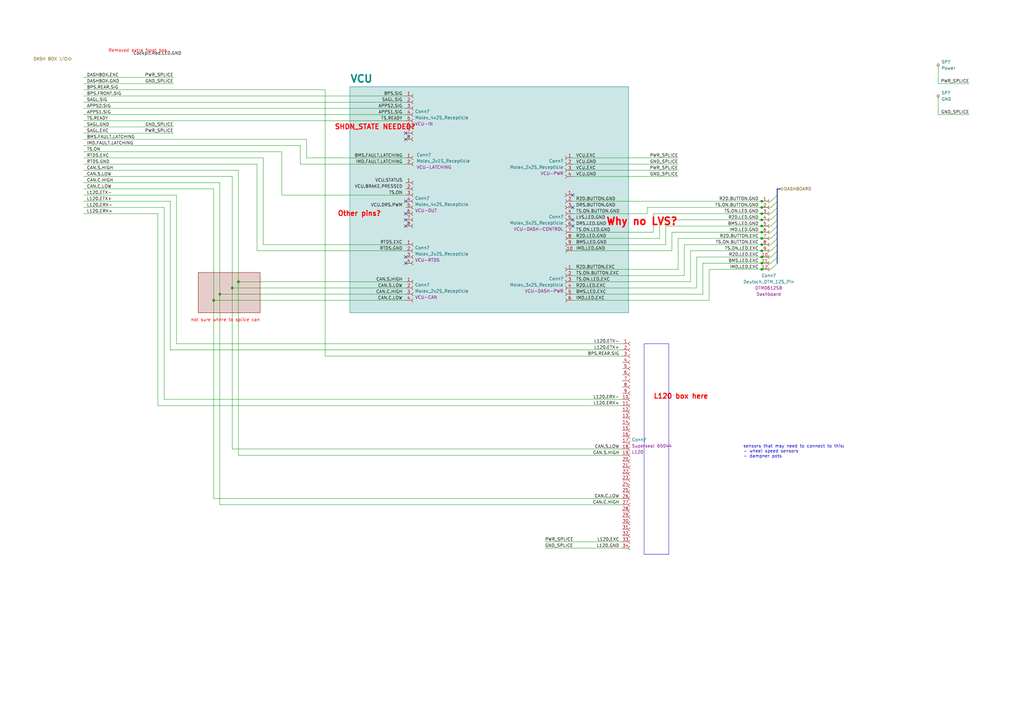
<source format=kicad_sch>
(kicad_sch (version 20230121) (generator eeschema)
  (paper "A3")
  (lib_symbols
    (symbol "Connector:TestPoint_Small" (pin_numbers hide) (pin_names (offset 0.762) hide)
      (property "Reference" "TP" (at 0 3.81 0))
      (property "Value" "TestPoint_Small" (at 0 2.032 0))
      (symbol "TestPoint_Small_0_1"
        (circle (center 0 0) (radius 0.508))
      )
      (symbol "TestPoint_Small_1_1"
        (pin passive line (at 0 0 90) (length 0) (name "1") (number "1"))
      )
    )
    (symbol "Connectors_SUFST:Deutsch_DTM_12S_Pin"
      (property "Reference" "Conn" (at 0 0.635 0))
      (property "P/N" "DTM0612SB" (at 0 0 0))
      (symbol "Deutsch_DTM_12S_Pin_0_1"
        (arc (start -2.5368 -27.9407) (mid -1.9833 -27.3063) (end -2.5355 -26.6707))
        (arc (start -2.5368 -22.8607) (mid -1.9833 -22.2263) (end -2.5355 -21.5907))
        (arc (start -2.5368 -17.7807) (mid -1.9833 -17.1463) (end -2.5355 -16.5107))
        (arc (start -2.5368 -12.7007) (mid -1.9833 -12.0663) (end -2.5355 -11.4307))
        (arc (start -2.5368 -7.6207) (mid -1.9833 -6.9863) (end -2.5355 -6.3507))
        (arc (start -2.5368 -2.5407) (mid -1.9833 -1.9063) (end -2.5355 -1.2707))
        (arc (start -2.4524 -30.4801) (mid -1.8989 -29.8457) (end -2.4511 -29.2101))
        (arc (start -2.4524 -25.4001) (mid -1.8989 -24.7657) (end -2.4511 -24.1301))
        (arc (start -2.4524 -20.3201) (mid -1.8989 -19.6857) (end -2.4511 -19.0501))
        (arc (start -2.4524 -15.2401) (mid -1.8989 -14.6057) (end -2.4511 -13.9701))
        (arc (start -2.4524 -10.1601) (mid -1.8989 -9.5257) (end -2.4511 -8.8901))
        (arc (start -2.4524 -5.0801) (mid -1.8989 -4.4457) (end -2.4511 -3.8101))
      )
      (symbol "Deutsch_DTM_12S_Pin_1_1"
        (pin input line (at 0.635 -29.845 180) (length 2.54) (name "") (number "1"))
        (pin input line (at 0.635 -6.985 180) (length 2.54) (name "") (number "10"))
        (pin input line (at 0.635 -4.445 180) (length 2.54) (name "") (number "11"))
        (pin input line (at 0.635 -1.905 180) (length 2.54) (name "") (number "12"))
        (pin input line (at 0.635 -27.305 180) (length 2.54) (name "") (number "2"))
        (pin input line (at 0.635 -24.765 180) (length 2.54) (name "") (number "3"))
        (pin input line (at 0.635 -22.225 180) (length 2.54) (name "") (number "4"))
        (pin input line (at 0.635 -19.685 180) (length 2.54) (name "") (number "5"))
        (pin input line (at 0.635 -17.145 180) (length 2.54) (name "") (number "6"))
        (pin input line (at 0.635 -14.605 180) (length 2.54) (name "") (number "7"))
        (pin input line (at 0.635 -12.065 180) (length 2.54) (name "") (number "8"))
        (pin input line (at 0.635 -9.525 180) (length 2.54) (name "") (number "9"))
      )
    )
    (symbol "Connectors_SUFST:L120 Connector"
      (property "Reference" "Conn" (at 0 0.635 0))
      (property "P/N" "Superseal 65044" (at -0.635 4.445 0))
      (symbol "L120 Connector_0_1"
        (arc (start -2.5368 -83.8207) (mid -1.9833 -83.1863) (end -2.5355 -82.5507))
        (arc (start -2.5368 -78.7407) (mid -1.9833 -78.1063) (end -2.5355 -77.4707))
        (arc (start -2.5368 -73.6607) (mid -1.9833 -73.0263) (end -2.5355 -72.3907))
        (arc (start -2.5368 -68.5807) (mid -1.9833 -67.9463) (end -2.5355 -67.3107))
        (arc (start -2.5368 -63.5007) (mid -1.9833 -62.8663) (end -2.5355 -62.2307))
        (arc (start -2.5368 -58.4207) (mid -1.9833 -57.7863) (end -2.5355 -57.1507))
        (arc (start -2.5368 -53.3407) (mid -1.9833 -52.7063) (end -2.5355 -52.0707))
        (arc (start -2.5368 -48.2607) (mid -1.9833 -47.6263) (end -2.5355 -46.9907))
        (arc (start -2.5368 -43.1807) (mid -1.9833 -42.5463) (end -2.5355 -41.9107))
        (arc (start -2.5368 -38.1007) (mid -1.9833 -37.4663) (end -2.5355 -36.8307))
        (arc (start -2.5368 -33.0207) (mid -1.9833 -32.3863) (end -2.5355 -31.7507))
        (arc (start -2.5368 -27.9407) (mid -1.9833 -27.3063) (end -2.5355 -26.6707))
        (arc (start -2.5368 -22.8607) (mid -1.9833 -22.2263) (end -2.5355 -21.5907))
        (arc (start -2.5368 -17.7807) (mid -1.9833 -17.1463) (end -2.5355 -16.5107))
        (arc (start -2.5368 -12.7007) (mid -1.9833 -12.0663) (end -2.5355 -11.4307))
        (arc (start -2.5368 -7.6207) (mid -1.9833 -6.9863) (end -2.5355 -6.3507))
        (arc (start -2.5368 -2.5407) (mid -1.9833 -1.9063) (end -2.5355 -1.2707))
        (arc (start -2.4524 -86.3601) (mid -1.8989 -85.7257) (end -2.4511 -85.0901))
        (arc (start -2.4524 -81.2801) (mid -1.8989 -80.6457) (end -2.4511 -80.0101))
        (arc (start -2.4524 -76.2001) (mid -1.8989 -75.5657) (end -2.4511 -74.9301))
        (arc (start -2.4524 -71.1201) (mid -1.8989 -70.4857) (end -2.4511 -69.8501))
        (arc (start -2.4524 -66.0401) (mid -1.8989 -65.4057) (end -2.4511 -64.7701))
        (arc (start -2.4524 -60.9601) (mid -1.8989 -60.3257) (end -2.4511 -59.6901))
        (arc (start -2.4524 -55.8801) (mid -1.8989 -55.2457) (end -2.4511 -54.6101))
        (arc (start -2.4524 -50.8001) (mid -1.8989 -50.1657) (end -2.4511 -49.5301))
        (arc (start -2.4524 -45.7201) (mid -1.8989 -45.0857) (end -2.4511 -44.4501))
        (arc (start -2.4524 -40.6401) (mid -1.8989 -40.0057) (end -2.4511 -39.3701))
        (arc (start -2.4524 -35.5601) (mid -1.8989 -34.9257) (end -2.4511 -34.2901))
        (arc (start -2.4524 -30.4801) (mid -1.8989 -29.8457) (end -2.4511 -29.2101))
        (arc (start -2.4524 -25.4001) (mid -1.8989 -24.7657) (end -2.4511 -24.1301))
        (arc (start -2.4524 -20.3201) (mid -1.8989 -19.6857) (end -2.4511 -19.0501))
        (arc (start -2.4524 -15.2401) (mid -1.8989 -14.6057) (end -2.4511 -13.9701))
        (arc (start -2.4524 -10.1601) (mid -1.8989 -9.5257) (end -2.4511 -8.8901))
        (arc (start -2.4524 -5.0801) (mid -1.8989 -4.4457) (end -2.4511 -3.8101))
      )
      (symbol "L120 Connector_1_1"
        (pin input line (at 0.635 -1.905 180) (length 2.54) (name "") (number "1"))
        (pin input line (at 0.635 -24.765 180) (length 2.54) (name "") (number "10"))
        (pin input line (at 0.635 -27.305 180) (length 2.54) (name "") (number "11"))
        (pin input line (at 0.635 -29.845 180) (length 2.54) (name "") (number "12"))
        (pin input line (at 0.635 -32.385 180) (length 2.54) (name "") (number "13"))
        (pin input line (at 0.635 -34.925 180) (length 2.54) (name "") (number "14"))
        (pin input line (at 0.635 -37.465 180) (length 2.54) (name "") (number "15"))
        (pin input line (at 0.635 -40.005 180) (length 2.54) (name "") (number "16"))
        (pin input line (at 0.635 -42.545 180) (length 2.54) (name "") (number "17"))
        (pin input line (at 0.635 -45.085 180) (length 2.54) (name "") (number "18"))
        (pin input line (at 0.635 -47.625 180) (length 2.54) (name "") (number "19"))
        (pin input line (at 0.635 -4.445 180) (length 2.54) (name "") (number "2"))
        (pin input line (at 0.635 -50.165 180) (length 2.54) (name "") (number "20"))
        (pin input line (at 0.635 -52.705 180) (length 2.54) (name "") (number "21"))
        (pin input line (at 0.635 -55.245 180) (length 2.54) (name "") (number "22"))
        (pin input line (at 0.635 -57.785 180) (length 2.54) (name "") (number "23"))
        (pin input line (at 0.635 -60.325 180) (length 2.54) (name "") (number "24"))
        (pin input line (at 0.635 -62.865 180) (length 2.54) (name "") (number "25"))
        (pin input line (at 0.635 -65.405 180) (length 2.54) (name "") (number "26"))
        (pin input line (at 0.635 -67.945 180) (length 2.54) (name "") (number "27"))
        (pin input line (at 0.635 -70.485 180) (length 2.54) (name "") (number "28"))
        (pin input line (at 0.635 -73.025 180) (length 2.54) (name "") (number "29"))
        (pin input line (at 0.635 -6.985 180) (length 2.54) (name "") (number "3"))
        (pin input line (at 0.635 -75.565 180) (length 2.54) (name "") (number "30"))
        (pin input line (at 0.635 -78.105 180) (length 2.54) (name "") (number "31"))
        (pin input line (at 0.635 -80.645 180) (length 2.54) (name "") (number "32"))
        (pin input line (at 0.635 -83.185 180) (length 2.54) (name "") (number "33"))
        (pin input line (at 0.635 -85.725 180) (length 2.54) (name "") (number "34"))
        (pin input line (at 0.635 -9.525 180) (length 2.54) (name "") (number "4"))
        (pin input line (at 0.635 -12.065 180) (length 2.54) (name "") (number "5"))
        (pin input line (at 0.635 -14.605 180) (length 2.54) (name "") (number "6"))
        (pin input line (at 0.635 -17.145 180) (length 2.54) (name "") (number "7"))
        (pin input line (at 0.635 -19.685 180) (length 2.54) (name "") (number "8"))
        (pin input line (at 0.635 -22.225 180) (length 2.54) (name "") (number "9"))
      )
    )
    (symbol "Connectors_SUFST:Molex_2x1S_Recepticle"
      (property "Reference" "Conn" (at 0 0.635 0))
      (symbol "Molex_2x1S_Recepticle_0_1"
        (arc (start -2.5368 -2.5407) (mid -1.9833 -1.9063) (end -2.5355 -1.2707))
        (arc (start -2.4524 -5.0801) (mid -1.8989 -4.4457) (end -2.4511 -3.8101))
      )
      (symbol "Molex_2x1S_Recepticle_1_1"
        (pin input line (at 0.635 -4.445 180) (length 2.54) (name "") (number "1"))
        (pin input line (at 0.635 -1.905 180) (length 2.54) (name "") (number "2"))
      )
    )
    (symbol "Connectors_SUFST:Molex_2x2S_Recepticle"
      (property "Reference" "Conn" (at 0 0.635 0))
      (symbol "Molex_2x2S_Recepticle_0_1"
        (arc (start -2.5368 -7.6207) (mid -1.9833 -6.9863) (end -2.5355 -6.3507))
        (arc (start -2.5368 -2.5407) (mid -1.9833 -1.9063) (end -2.5355 -1.2707))
        (arc (start -2.4524 -10.1601) (mid -1.8989 -9.5257) (end -2.4511 -8.8901))
        (arc (start -2.4524 -5.0801) (mid -1.8989 -4.4457) (end -2.4511 -3.8101))
      )
      (symbol "Molex_2x2S_Recepticle_1_1"
        (pin input line (at 0.635 -1.905 180) (length 2.54) (name "") (number "1"))
        (pin input line (at 0.635 -4.445 180) (length 2.54) (name "") (number "2"))
        (pin input line (at 0.635 -6.985 180) (length 2.54) (name "") (number "3"))
        (pin input line (at 0.635 -9.525 180) (length 2.54) (name "") (number "4"))
      )
    )
    (symbol "Connectors_SUFST:Molex_3x2S_Recepticle"
      (property "Reference" "Conn" (at 0 0.635 0))
      (symbol "Molex_3x2S_Recepticle_0_1"
        (arc (start -2.5368 -7.6207) (mid -1.9833 -6.9863) (end -2.5355 -6.3507))
        (arc (start -2.5368 -2.5407) (mid -1.9833 -1.9063) (end -2.5355 -1.2707))
        (arc (start -2.4524 -12.7001) (mid -1.8989 -12.0657) (end -2.4511 -11.4301))
        (arc (start -2.4524 -10.1601) (mid -1.8989 -9.5257) (end -2.4511 -8.8901))
        (arc (start -2.4524 -5.0801) (mid -1.8989 -4.4457) (end -2.4511 -3.8101))
        (arc (start -2.368 -15.2395) (mid -1.8145 -14.6051) (end -2.3667 -13.9695))
      )
      (symbol "Molex_3x2S_Recepticle_1_1"
        (pin input line (at 0.635 -1.905 180) (length 2.54) (name "") (number "1"))
        (pin input line (at 0.635 -4.445 180) (length 2.54) (name "") (number "2"))
        (pin input line (at 0.635 -6.985 180) (length 2.54) (name "") (number "3"))
        (pin input line (at 0.635 -9.525 180) (length 2.54) (name "") (number "4"))
        (pin input line (at 0.635 -12.065 180) (length 2.54) (name "") (number "5"))
        (pin input line (at 0.635 -14.605 180) (length 2.54) (name "") (number "6"))
      )
    )
    (symbol "Connectors_SUFST:Molex_4x2S_Recepticle"
      (property "Reference" "Conn" (at 0 0.635 0))
      (symbol "Molex_4x2S_Recepticle_0_1"
        (arc (start -2.5368 -7.6207) (mid -1.9833 -6.9863) (end -2.5355 -6.3507))
        (arc (start -2.5368 -2.5407) (mid -1.9833 -1.9063) (end -2.5355 -1.2707))
        (arc (start -2.4524 -17.7801) (mid -1.8989 -17.1457) (end -2.4511 -16.5101))
        (arc (start -2.4524 -12.7001) (mid -1.8989 -12.0657) (end -2.4511 -11.4301))
        (arc (start -2.4524 -10.1601) (mid -1.8989 -9.5257) (end -2.4511 -8.8901))
        (arc (start -2.4524 -5.0801) (mid -1.8989 -4.4457) (end -2.4511 -3.8101))
        (arc (start -2.368 -20.3195) (mid -1.8145 -19.6851) (end -2.3667 -19.0495))
        (arc (start -2.368 -15.2395) (mid -1.8145 -14.6051) (end -2.3667 -13.9695))
      )
      (symbol "Molex_4x2S_Recepticle_1_1"
        (pin input line (at 0.635 -1.905 180) (length 2.54) (name "") (number "1"))
        (pin input line (at 0.635 -4.445 180) (length 2.54) (name "") (number "2"))
        (pin input line (at 0.635 -6.985 180) (length 2.54) (name "") (number "3"))
        (pin input line (at 0.635 -9.525 180) (length 2.54) (name "") (number "4"))
        (pin input line (at 0.635 -12.065 180) (length 2.54) (name "") (number "5"))
        (pin input line (at 0.635 -14.605 180) (length 2.54) (name "") (number "6"))
        (pin input line (at 0.635 -17.145 180) (length 2.54) (name "") (number "7"))
        (pin input line (at 0.635 -19.685 180) (length 2.54) (name "") (number "8"))
      )
    )
    (symbol "Connectors_SUFST:Molex_5x2S_Recepticle"
      (property "Reference" "Conn" (at 0 0.635 0))
      (symbol "Molex_5x2S_Recepticle_0_1"
        (arc (start -2.5368 -7.6207) (mid -1.9833 -6.9863) (end -2.5355 -6.3507))
        (arc (start -2.5368 -2.5407) (mid -1.9833 -1.9063) (end -2.5355 -1.2707))
        (arc (start -2.4524 -22.8601) (mid -1.8989 -22.2257) (end -2.4511 -21.5901))
        (arc (start -2.4524 -17.7801) (mid -1.8989 -17.1457) (end -2.4511 -16.5101))
        (arc (start -2.4524 -12.7001) (mid -1.8989 -12.0657) (end -2.4511 -11.4301))
        (arc (start -2.4524 -10.1601) (mid -1.8989 -9.5257) (end -2.4511 -8.8901))
        (arc (start -2.4524 -5.0801) (mid -1.8989 -4.4457) (end -2.4511 -3.8101))
        (arc (start -2.368 -25.3995) (mid -1.8145 -24.7651) (end -2.3667 -24.1295))
        (arc (start -2.368 -20.3195) (mid -1.8145 -19.6851) (end -2.3667 -19.0495))
        (arc (start -2.368 -15.2395) (mid -1.8145 -14.6051) (end -2.3667 -13.9695))
      )
      (symbol "Molex_5x2S_Recepticle_1_1"
        (pin input line (at 0.635 -1.905 180) (length 2.54) (name "") (number "1"))
        (pin input line (at 0.635 -24.765 180) (length 2.54) (name "") (number "10"))
        (pin input line (at 0.635 -4.445 180) (length 2.54) (name "") (number "2"))
        (pin input line (at 0.635 -6.985 180) (length 2.54) (name "") (number "3"))
        (pin input line (at 0.635 -9.525 180) (length 2.54) (name "") (number "4"))
        (pin input line (at 0.635 -12.065 180) (length 2.54) (name "") (number "5"))
        (pin input line (at 0.635 -14.605 180) (length 2.54) (name "") (number "6"))
        (pin input line (at 0.635 -17.145 180) (length 2.54) (name "") (number "7"))
        (pin input line (at 0.635 -19.685 180) (length 2.54) (name "") (number "8"))
        (pin input line (at 0.635 -22.225 180) (length 2.54) (name "") (number "9"))
      )
    )
  )
  (junction (at 312.42 110.49))
  (junction (at 312.42 95.25))
  (junction (at 312.42 97.79))
  (junction (at 90.17 120.65))
  (junction (at 95.25 118.11))
  (junction (at 97.79 115.57))
  (junction (at 312.42 82.55))
  (junction (at 312.42 90.17))
  (junction (at 312.42 92.71))
  (junction (at 312.42 107.95))
  (junction (at 312.42 85.09))
  (junction (at 87.63 123.19))
  (junction (at 312.42 102.87))
  (junction (at 312.42 105.41))
  (junction (at 312.42 100.33))
  (junction (at 312.42 87.63))
  (no_connect (at 234.95 80.01))
  (no_connect (at 234.95 92.71))
  (no_connect (at 166.37 87.63))
  (no_connect (at 166.37 92.71))
  (no_connect (at 166.37 82.55))
  (no_connect (at 234.95 90.17))
  (no_connect (at 166.37 57.15))
  (no_connect (at 166.37 90.17))
  (no_connect (at 234.95 85.09))
  (no_connect (at 166.37 105.41))
  (no_connect (at 166.37 107.95))
  (no_connect (at 166.37 54.61))
  (bus_entry (at 316.23 100.33) (size 2.54 -2.54))
  (bus_entry (at 316.23 97.79) (size 2.54 -2.54))
  (bus_entry (at 316.23 82.55) (size 2.54 -2.54))
  (bus_entry (at 316.23 85.09) (size 2.54 -2.54))
  (bus_entry (at 316.23 102.87) (size 2.54 -2.54))
  (bus_entry (at 316.23 95.25) (size 2.54 -2.54))
  (bus_entry (at 316.23 90.17) (size 2.54 -2.54))
  (bus_entry (at 316.23 92.71) (size 2.54 -2.54))
  (bus_entry (at 316.23 87.63) (size 2.54 -2.54))
  (bus_entry (at 316.23 105.41) (size 2.54 -2.54))
  (bus_entry (at 316.23 107.95) (size 2.54 -2.54))
  (bus_entry (at 316.23 110.49) (size 2.54 -2.54))
  (wire (pts (xy 34.29 85.09) (xy 67.31 85.09)))
  (wire (pts (xy 312.42 92.71) (xy 316.23 92.71)))
  (wire (pts (xy 107.95 100.33) (xy 107.95 64.77)))
  (bus (pts (xy 318.77 80.01) (xy 318.77 77.47)))
  (wire (pts (xy 283.21 102.87) (xy 312.42 102.87)))
  (wire (pts (xy 34.29 34.29) (xy 71.12 34.29)))
  (wire (pts (xy 384.81 34.29) (xy 397.51 34.29)))
  (wire (pts (xy 34.29 74.93) (xy 90.17 74.93)))
  (wire (pts (xy 312.42 102.87) (xy 316.23 102.87)))
  (bus (pts (xy 318.77 82.55) (xy 318.77 80.01)))
  (wire (pts (xy 312.42 107.95) (xy 316.23 107.95)))
  (wire (pts (xy 312.42 87.63) (xy 316.23 87.63)))
  (wire (pts (xy 255.27 166.37) (xy 64.77 166.37)))
  (wire (pts (xy 312.42 105.41) (xy 285.75 105.41)))
  (wire (pts (xy 312.42 82.55) (xy 316.23 82.55)))
  (wire (pts (xy 234.95 120.65) (xy 288.29 120.65)))
  (wire (pts (xy 234.95 115.57) (xy 283.21 115.57)))
  (wire (pts (xy 34.29 36.83) (xy 133.35 36.83)))
  (wire (pts (xy 278.13 69.85) (xy 234.95 69.85)))
  (wire (pts (xy 234.95 95.25) (xy 267.97 95.25)))
  (bus (pts (xy 318.77 87.63) (xy 318.77 85.09)))
  (wire (pts (xy 34.29 69.85) (xy 97.79 69.85)))
  (wire (pts (xy 312.42 100.33) (xy 316.23 100.33)))
  (wire (pts (xy 267.97 87.63) (xy 312.42 87.63)))
  (bus (pts (xy 318.77 107.95) (xy 318.77 105.41)))
  (wire (pts (xy 105.41 102.87) (xy 166.37 102.87)))
  (wire (pts (xy 34.29 46.99) (xy 166.37 46.99)))
  (wire (pts (xy 72.39 140.97) (xy 255.27 140.97)))
  (wire (pts (xy 166.37 67.31) (xy 123.19 67.31)))
  (wire (pts (xy 255.27 222.25) (xy 223.52 222.25)))
  (wire (pts (xy 34.29 72.39) (xy 95.25 72.39)))
  (wire (pts (xy 312.42 85.09) (xy 316.23 85.09)))
  (wire (pts (xy 312.42 90.17) (xy 316.23 90.17)))
  (wire (pts (xy 97.79 69.85) (xy 97.79 115.57)))
  (wire (pts (xy 166.37 100.33) (xy 107.95 100.33)))
  (wire (pts (xy 90.17 207.01) (xy 90.17 120.65)))
  (wire (pts (xy 123.19 67.31) (xy 123.19 59.69)))
  (wire (pts (xy 280.67 113.03) (xy 280.67 100.33)))
  (wire (pts (xy 234.95 82.55) (xy 312.42 82.55)))
  (wire (pts (xy 275.59 102.87) (xy 234.95 102.87)))
  (wire (pts (xy 34.29 52.07) (xy 71.12 52.07)))
  (wire (pts (xy 270.51 97.79) (xy 234.95 97.79)))
  (bus (pts (xy 318.77 105.41) (xy 318.77 102.87)))
  (wire (pts (xy 34.29 57.15) (xy 125.73 57.15)))
  (wire (pts (xy 125.73 64.77) (xy 166.37 64.77)))
  (wire (pts (xy 312.42 95.25) (xy 316.23 95.25)))
  (bus (pts (xy 318.77 92.71) (xy 318.77 90.17)))
  (wire (pts (xy 234.95 100.33) (xy 273.05 100.33)))
  (wire (pts (xy 290.83 123.19) (xy 234.95 123.19)))
  (wire (pts (xy 255.27 224.79) (xy 223.52 224.79)))
  (wire (pts (xy 87.63 123.19) (xy 87.63 77.47)))
  (wire (pts (xy 69.85 82.55) (xy 69.85 143.51)))
  (bus (pts (xy 318.77 85.09) (xy 318.77 82.55)))
  (wire (pts (xy 255.27 184.15) (xy 95.25 184.15)))
  (wire (pts (xy 34.29 31.75) (xy 71.12 31.75)))
  (wire (pts (xy 278.13 97.79) (xy 312.42 97.79)))
  (wire (pts (xy 288.29 107.95) (xy 312.42 107.95)))
  (wire (pts (xy 270.51 90.17) (xy 270.51 97.79)))
  (wire (pts (xy 90.17 74.93) (xy 90.17 120.65)))
  (wire (pts (xy 34.29 87.63) (xy 64.77 87.63)))
  (wire (pts (xy 278.13 67.31) (xy 234.95 67.31)))
  (wire (pts (xy 288.29 120.65) (xy 288.29 107.95)))
  (wire (pts (xy 280.67 100.33) (xy 312.42 100.33)))
  (wire (pts (xy 115.57 62.23) (xy 115.57 80.01)))
  (wire (pts (xy 275.59 95.25) (xy 275.59 102.87)))
  (wire (pts (xy 105.41 67.31) (xy 105.41 102.87)))
  (wire (pts (xy 69.85 143.51) (xy 255.27 143.51)))
  (wire (pts (xy 90.17 120.65) (xy 166.37 120.65)))
  (wire (pts (xy 34.29 62.23) (xy 115.57 62.23)))
  (wire (pts (xy 234.95 113.03) (xy 280.67 113.03)))
  (wire (pts (xy 97.79 115.57) (xy 166.37 115.57)))
  (wire (pts (xy 255.27 204.47) (xy 87.63 204.47)))
  (bus (pts (xy 318.77 97.79) (xy 318.77 95.25)))
  (wire (pts (xy 267.97 95.25) (xy 267.97 87.63)))
  (wire (pts (xy 95.25 184.15) (xy 95.25 118.11)))
  (wire (pts (xy 285.75 105.41) (xy 285.75 118.11)))
  (wire (pts (xy 34.29 39.37) (xy 166.37 39.37)))
  (wire (pts (xy 67.31 85.09) (xy 67.31 163.83)))
  (wire (pts (xy 278.13 64.77) (xy 234.95 64.77)))
  (wire (pts (xy 166.37 118.11) (xy 95.25 118.11)))
  (wire (pts (xy 34.29 44.45) (xy 166.37 44.45)))
  (wire (pts (xy 166.37 123.19) (xy 87.63 123.19)))
  (wire (pts (xy 278.13 110.49) (xy 278.13 97.79)))
  (wire (pts (xy 312.42 105.41) (xy 316.23 105.41)))
  (wire (pts (xy 115.57 80.01) (xy 166.37 80.01)))
  (wire (pts (xy 34.29 54.61) (xy 71.12 54.61)))
  (wire (pts (xy 283.21 115.57) (xy 283.21 102.87)))
  (wire (pts (xy 34.29 59.69) (xy 123.19 59.69)))
  (wire (pts (xy 273.05 100.33) (xy 273.05 92.71)))
  (wire (pts (xy 34.29 67.31) (xy 105.41 67.31)))
  (bus (pts (xy 318.77 100.33) (xy 318.77 97.79)))
  (wire (pts (xy 97.79 186.69) (xy 97.79 115.57)))
  (wire (pts (xy 34.29 82.55) (xy 69.85 82.55)))
  (bus (pts (xy 318.77 95.25) (xy 318.77 92.71)))
  (wire (pts (xy 384.81 39.37) (xy 384.81 46.99)))
  (wire (pts (xy 265.43 85.09) (xy 312.42 85.09)))
  (wire (pts (xy 234.95 110.49) (xy 278.13 110.49)))
  (wire (pts (xy 34.29 80.01) (xy 72.39 80.01)))
  (wire (pts (xy 312.42 90.17) (xy 270.51 90.17)))
  (wire (pts (xy 34.29 49.53) (xy 166.37 49.53)))
  (wire (pts (xy 34.29 77.47) (xy 87.63 77.47)))
  (bus (pts (xy 318.77 102.87) (xy 318.77 100.33)))
  (wire (pts (xy 312.42 110.49) (xy 290.83 110.49)))
  (wire (pts (xy 384.81 34.29) (xy 384.81 26.67)))
  (bus (pts (xy 318.77 90.17) (xy 318.77 87.63)))
  (wire (pts (xy 72.39 80.01) (xy 72.39 140.97)))
  (wire (pts (xy 312.42 110.49) (xy 316.23 110.49)))
  (wire (pts (xy 285.75 118.11) (xy 234.95 118.11)))
  (wire (pts (xy 34.29 64.77) (xy 107.95 64.77)))
  (bus (pts (xy 318.77 77.47) (xy 320.04 77.47)))
  (wire (pts (xy 255.27 207.01) (xy 90.17 207.01)))
  (wire (pts (xy 234.95 87.63) (xy 265.43 87.63)))
  (wire (pts (xy 133.35 36.83) (xy 133.35 146.05)))
  (wire (pts (xy 95.25 118.11) (xy 95.25 72.39)))
  (wire (pts (xy 265.43 85.09) (xy 265.43 87.63)))
  (wire (pts (xy 67.31 163.83) (xy 255.27 163.83)))
  (wire (pts (xy 384.81 46.99) (xy 397.51 46.99)))
  (wire (pts (xy 255.27 186.69) (xy 97.79 186.69)))
  (wire (pts (xy 273.05 92.71) (xy 312.42 92.71)))
  (wire (pts (xy 278.13 72.39) (xy 234.95 72.39)))
  (wire (pts (xy 312.42 95.25) (xy 275.59 95.25)))
  (wire (pts (xy 87.63 204.47) (xy 87.63 123.19)))
  (wire (pts (xy 290.83 110.49) (xy 290.83 123.19)))
  (wire (pts (xy 125.73 57.15) (xy 125.73 64.77)))
  (wire (pts (xy 312.42 97.79) (xy 316.23 97.79)))
  (wire (pts (xy 64.77 166.37) (xy 64.77 87.63)))
  (wire (pts (xy 34.29 41.91) (xy 166.37 41.91)))
  (wire (pts (xy 133.35 146.05) (xy 255.27 146.05)))
  (rectangle (start 81.28 111.76) (end 106.68 128.27) (stroke (width 0) (color 132 0 0 1)) (fill (type color) (color 132 0 0 0.2)))
  (rectangle (start 264.16 140.97) (end 274.32 227.33))
  (rectangle (start 143.51 35.56) (end 257.81 128.27) (stroke (width 0) (color 0 132 132 1)) (fill (type color) (color 0 132 132 0.2)))
  (text "Why no LVS?" (at 278.13 92.71 0) (effects (font (size 3 3) (thickness 0.6) bold) (justify right bottom)))
  (text "Other pins?" (at 138.43 88.9 0) (effects (font (size 2 2) (thickness 0.4) bold) (justify left bottom)))
  (text "not sure where to splice can" (at 106.68 132.08 0) (effects (font (size 1.27 1.27)) (justify right bottom)))
  (text "SHDN_STATE NEEDED?" (at 137.16 53.34 0) (effects (font (size 2 2) (thickness 0.4) bold) (justify left bottom)))
  (text "L120 box here" (at 267.97 163.83 0) (effects (font (size 2 2) bold) (justify left bottom)))
  (text "Removed extra front bps" (at 44.45 21.59 0) (effects (font (size 1.27 1.27)) (justify left bottom)))
  (text "sensors that may need to connect to this:\n- wheel speed sensors\n- dampner pots" (at 304.8 187.96 0) (effects (font (size 1.27 1.27)) (justify left bottom)))
  (text "VCU" (at 143.51 34.29 0) (effects (font (size 3 3) (thickness 0.6) bold) (justify left bottom)))
  (label "VCU.EXC" (at 236.22 69.85 0))
  (label "APPS2.SIG" (at 165.1 44.45 180))
  (label "VCU.STATUS" (at 165.1 74.93 180))
  (label "CAN.C.HIGH" (at 35.56 74.93 0))
  (label "APPS1.SIG" (at 35.56 46.99 0))
  (label "R2D.LED.EXC" (at 236.22 118.11 0))
  (label "L120.GND" (at 254 224.79 180))
  (label "L120.ERX-" (at 254 163.83 180))
  (label "VCU.DRS.PWM" (at 165.1 85.09 180))
  (label "LVS.LED.GND" (at 236.22 90.17 0))
  (label "CAN.S.LOW" (at 35.56 72.39 0))
  (label "R2D.BUTTON.EXC" (at 311.15 97.79 180))
  (label "IMD.LED.EXC" (at 311.15 110.49 180))
  (label "CAN.C.HIGH" (at 254 207.01 180))
  (label "IMD.FAULT.LATCHING" (at 35.56 59.69 0))
  (label "VCU.GND" (at 236.22 72.39 0))
  (label "APPS2.SIG" (at 35.56 44.45 0))
  (label "SAGL.EXC" (at 35.56 54.61 0))
  (label "GND_SPLICE" (at 278.13 67.31 180))
  (label "TS.ON.LED.GND" (at 236.22 95.25 0))
  (label "RTDS.GND" (at 165.1 102.87 180))
  (label "L120.ETX-" (at 254 140.97 180))
  (label "R2D.LED.EXC" (at 311.15 105.41 180))
  (label "TS.ON" (at 35.56 62.23 0))
  (label "IMD.LED.GND" (at 236.22 102.87 0))
  (label "RTDS.EXC" (at 165.1 100.33 180))
  (label "RTDS.EXC" (at 35.56 64.77 0))
  (label "VCU.EXC" (at 236.22 64.77 0))
  (label "BMS.LED.EXC" (at 236.22 120.65 0))
  (label "L120.ERX-" (at 35.56 85.09 0))
  (label "TS.ON.BUTTON.EXC" (at 236.22 113.03 0))
  (label "APPS1.SIG" (at 165.1 46.99 180))
  (label "PWR_SPLICE" (at 71.12 31.75 180))
  (label "TS.ON.LED.GND" (at 311.15 87.63 180))
  (label "R2D.BUTTON.EXC" (at 236.22 110.49 0))
  (label "BPS.REAR.SIG" (at 35.56 36.83 0))
  (label "CAN.S.LOW" (at 254 184.15 180))
  (label "L120.ERX+" (at 35.56 87.63 0))
  (label "VCU.BRAKE.PRESSED" (at 165.1 77.47 180))
  (label "Cockpit.Red.LED.GND" (at 54.61 22.86 0))
  (label "RTDS.GND" (at 35.56 67.31 0))
  (label "GND_SPLICE" (at 71.12 34.29 180))
  (label "TS.ON" (at 165.1 80.01 180))
  (label "DRS.LED.GND" (at 236.22 92.71 0))
  (label "L120.EXC" (at 254 222.25 180))
  (label "PWR_SPLICE" (at 223.52 222.25 0))
  (label "TS.READY" (at 35.56 49.53 0))
  (label "CAN.C.HIGH" (at 165.1 120.65 180))
  (label "DASHBOX.GND" (at 35.56 34.29 0))
  (label "R2D.BUTTON.GND" (at 311.15 82.55 180))
  (label "BPS.REAR.SIG" (at 254 146.05 180))
  (label "L120.ETX+" (at 35.56 82.55 0))
  (label "CAN.C.LOW" (at 165.1 123.19 180))
  (label "CAN.S.HIGH" (at 165.1 115.57 180))
  (label "BMS.LED.GND" (at 311.15 92.71 180))
  (label "L120.ERX+" (at 254 166.37 180))
  (label "GND_SPLICE" (at 278.13 72.39 180))
  (label "BPS.FRONT.SIG" (at 35.56 39.37 0))
  (label "BMS.LED.GND" (at 236.22 100.33 0))
  (label "GND_SPLICE" (at 223.52 224.79 0))
  (label "TS.ON.BUTTON.GND" (at 311.15 85.09 180))
  (label "IMD.FAULT.LATCHING" (at 165.1 67.31 180))
  (label "PWR_SPLICE" (at 278.13 64.77 180))
  (label "SAGL.SIG" (at 165.1 41.91 180))
  (label "PWR_SPLICE" (at 397.51 34.29 180))
  (label "PWR_SPLICE" (at 71.12 54.61 180))
  (label "TS.ON.BUTTON.GND" (at 236.22 87.63 0))
  (label "IMD.LED.EXC" (at 236.22 123.19 0))
  (label "CAN.C.LOW" (at 35.56 77.47 0))
  (label "SAGL.SIG" (at 35.56 41.91 0))
  (label "BMS.LED.EXC" (at 311.15 107.95 180))
  (label "PWR_SPLICE" (at 278.13 69.85 180))
  (label "TS.ON.LED.EXC" (at 311.15 102.87 180))
  (label "BMS.FAULT.LATCHING" (at 165.1 64.77 180))
  (label "CAN.S.HIGH" (at 35.56 69.85 0))
  (label "R2D.BUTTON.GND" (at 236.22 82.55 0))
  (label "CAN.S.LOW" (at 165.1 118.11 180))
  (label "R2D.LED.GND" (at 236.22 97.79 0))
  (label "BPS.SIG" (at 165.1 39.37 180))
  (label "CAN.S.HIGH" (at 254 186.69 180))
  (label "DASHBOX.EXC" (at 35.56 31.75 0))
  (label "TS.READY" (at 165.1 49.53 180))
  (label "IMD.LED.GND" (at 311.15 95.25 180))
  (label "VCU.GND" (at 236.22 67.31 0))
  (label "GND_SPLICE" (at 397.51 46.99 180))
  (label "L120.ETX+" (at 254 143.51 180))
  (label "TS.ON.BUTTON.EXC" (at 311.15 100.33 180))
  (label "R2D.LED.GND" (at 311.15 90.17 180))
  (label "BMS.FAULT.LATCHING" (at 35.56 57.15 0))
  (label "SAGL.GND" (at 35.56 52.07 0))
  (label "GND_SPLICE" (at 71.12 52.07 180))
  (label "TS.ON.LED.EXC" (at 236.22 115.57 0))
  (label "DRS.BUTTON.GND" (at 236.22 85.09 0))
  (label "L120.ETX-" (at 35.56 80.01 0))
  (label "CAN.C.LOW" (at 254 204.47 180))
  (hierarchical_label "DASHBOARD" (shape bidirectional) (at 320.04 77.47 0))
  (hierarchical_label "DASH BOX I{slash}O" (shape bidirectional) (at 29.21 24.13 180))
  (symbol (lib_id "Connector:TestPoint_Small") (at 384.81 39.37 0) (unit 1)
    (property "Reference" "SP?" (at 386.08 38.1 0) (effects (justify left)))
    (property "Value" "GND" (at 386.08 40.64 0) (effects (justify left)))
  )
  (symbol (lib_id "Connectors_SUFST:Molex_4x2S_Recepticle") (at 167.005 73.025 0) (mirror y) (unit 1)
    (property "Reference" "Conn?" (at 170.18 81.2801 0) (effects (justify right)))
    (property "Value" "Molex_4x2S_Recepticle" (at 170.18 83.8201 0) (effects (justify right)))
    (property "P/N" "43025-0800" (effects hide))
    (property "Conn Name" "VCU-OUT" (at 170.18 86.3601 0) (effects (justify right)))
  )
  (symbol (lib_id "Connectors_SUFST:Molex_5x2S_Recepticle") (at 234.315 78.105 0) (unit 1)
    (property "Reference" "Conn?" (at 231.14 88.9001 0) (effects (justify right)))
    (property "Value" "Molex_5x2S_Recepticle" (at 231.14 91.4401 0) (effects (justify right)))
    (property "P/N" "43025-1000" (effects hide))
    (property "Conn Name" "VCU-DASH-CONTROL" (at 231.14 93.9801 0) (effects (justify right)))
  )
  (symbol (lib_id "Connector:TestPoint_Small") (at 384.81 26.67 0) (unit 1)
    (property "Reference" "SP?" (at 386.08 25.4 0) (effects (justify left)))
    (property "Value" "Power" (at 386.08 27.94 0) (effects (justify left)))
  )
  (symbol (lib_id "Connectors_SUFST:L120 Connector") (at 255.905 139.065 0) (mirror y) (unit 1)
    (property "Reference" "Conn?" (at 259.08 180.3404 0) (effects (justify right)))
    (property "Value" "L120 Connector" (effects hide))
    (property "P/N" "Superseal 65044" (at 259.08 182.8804 0) (effects (justify right)))
    (property "Conn Name" "L120" (at 259.08 185.4204 0) (effects (justify right)))
  )
  (symbol (lib_id "Connectors_SUFST:Molex_2x2S_Recepticle") (at 234.315 62.865 0) (unit 1)
    (property "Reference" "Conn?" (at 231.14 66.0404 0) (effects (justify right)))
    (property "Value" "Molex_2x2S_Recepticle" (at 231.14 68.5804 0) (effects (justify right)))
    (property "P/N" "43025-0400" (effects hide))
    (property "Conn Name" "VCU-PWR" (at 231.14 71.1204 0) (effects (justify right)))
  )
  (symbol (lib_id "Connectors_SUFST:Deutsch_DTM_12S_Pin") (at 313.055 112.395 180) (unit 1)
    (property "Reference" "Conn?" (at 315.2728 113.03 0))
    (property "Value" "Deutsch_DTM_12S_Pin" (at 315.2728 115.57 0))
    (property "P/N" "DTM0612SB" (at 315.2728 118.11 0))
    (property "Conn Name" "Dashboard" (at 315.2728 120.65 0))
  )
  (symbol (lib_id "Connectors_SUFST:Molex_4x2S_Recepticle") (at 167.005 37.465 0) (mirror y) (unit 1)
    (property "Reference" "Conn?" (at 170.18 45.7201 0) (effects (justify right)))
    (property "Value" "Molex_4x2S_Recepticle" (at 170.18 48.2601 0) (effects (justify right)))
    (property "P/N" "43025-0800" (effects hide))
    (property "Conn Name" "VCU-IN" (at 170.18 50.8001 0) (effects (justify right)))
  )
  (symbol (lib_id "Connectors_SUFST:Molex_2x1S_Recepticle") (at 167.005 69.215 180) (unit 1)
    (property "Reference" "Conn?" (at 170.815 63.4996 0) (effects (justify right)))
    (property "Value" "Molex_2x1S_Recepticle" (at 170.815 66.0396 0) (effects (justify right)))
    (property "P/N" "43645-0200" (effects hide))
    (property "Conn Name" "VCU-LATCHING" (at 170.815 68.5796 0) (effects (justify right)))
  )
  (symbol (lib_id "Connectors_SUFST:Molex_3x2S_Recepticle") (at 234.315 108.585 0) (unit 1)
    (property "Reference" "Conn?" (at 231.14 114.3001 0) (effects (justify right)))
    (property "Value" "Molex_3x2S_Recepticle" (at 231.14 116.8401 0) (effects (justify right)))
    (property "P/N" "43025-0600" (effects hide))
    (property "Conn Name" "VCU-DASH-PWR" (at 231.14 119.3801 0) (effects (justify right)))
  )
  (symbol (lib_id "Connectors_SUFST:Molex_2x2S_Recepticle") (at 167.005 98.425 0) (mirror y) (unit 1)
    (property "Reference" "Conn?" (at 170.18 101.6004 0) (effects (justify right)))
    (property "Value" "Molex_2x2S_Recepticle" (at 170.18 104.1404 0) (effects (justify right)))
    (property "P/N" "43025-0400" (effects hide))
    (property "Conn Name" "VCU-RTDS" (at 170.18 106.6804 0) (effects (justify right)))
  )
  (symbol (lib_id "Connectors_SUFST:Molex_2x2S_Recepticle") (at 167.005 113.665 0) (mirror y) (unit 1)
    (property "Reference" "Conn?" (at 170.18 116.8404 0) (effects (justify right)))
    (property "Value" "Molex_2x2S_Recepticle" (at 170.18 119.3804 0) (effects (justify right)))
    (property "P/N" "43025-0400" (effects hide))
    (property "Conn Name" "VCU-CAN" (at 170.18 121.9204 0) (effects (justify right)))
  )
)
</source>
